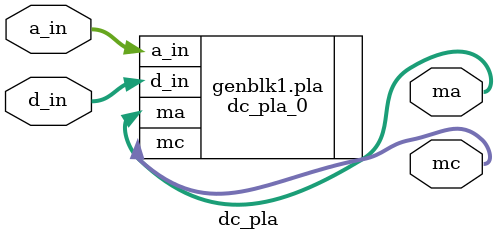
<source format=v>
module dc_pla
#(parameter
//______________________________________________________________________________
//
// DC303_PLA defines PLA content of the DC303 module
//  - DC303_PLA = 0, 23-001C7-AA - 1811VU1
//  - DC303_PLA = 1, 23-002C7-AA - 1811VU3
//  - DC303_PLA = 2, 23-203C7-AA - 1811VU2
//
   DC303_PLA = 0
)
(
   input [6:0]    a_in,
   input [15:0]   d_in,
   output [8:0]   ma,
   output [15:0]  mc
);

generate
   case(DC303_PLA)
      0: dc_pla_0 pla(.a_in(a_in), .d_in(d_in), .ma(ma), .mc(mc));
      1: dc_pla_1 pla(.a_in(a_in), .d_in(d_in), .ma(ma), .mc(mc));
      2: dc_pla_2 pla(.a_in(a_in), .d_in(d_in), .ma(ma), .mc(mc));
   endcase
endgenerate
endmodule

</source>
